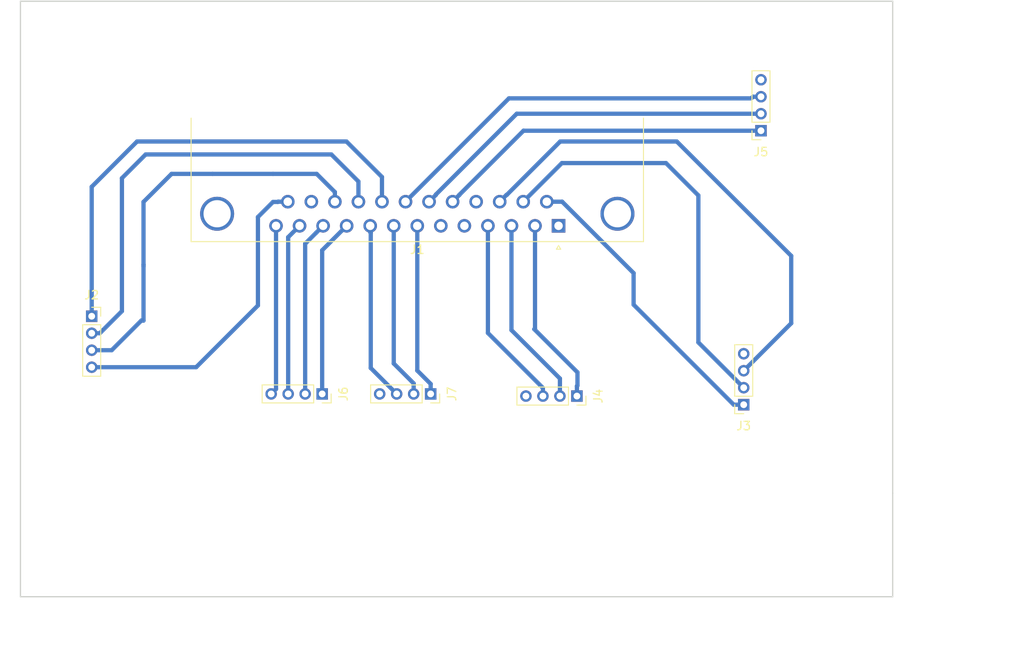
<source format=kicad_pcb>
(kicad_pcb (version 20171130) (host pcbnew 5.0.0-fee4fd1~66~ubuntu16.04.1)

  (general
    (thickness 1.6)
    (drawings 8)
    (tracks 91)
    (zones 0)
    (modules 7)
    (nets 30)
  )

  (page A4)
  (layers
    (0 F.Cu signal)
    (31 B.Cu signal)
    (32 B.Adhes user)
    (33 F.Adhes user)
    (34 B.Paste user)
    (35 F.Paste user)
    (36 B.SilkS user)
    (37 F.SilkS user)
    (38 B.Mask user)
    (39 F.Mask user)
    (40 Dwgs.User user)
    (41 Cmts.User user)
    (42 Eco1.User user)
    (43 Eco2.User user)
    (44 Edge.Cuts user)
    (45 Margin user)
    (46 B.CrtYd user)
    (47 F.CrtYd user)
    (48 B.Fab user)
    (49 F.Fab user)
  )

  (setup
    (last_trace_width 0.5)
    (trace_clearance 0.2)
    (zone_clearance 0.508)
    (zone_45_only no)
    (trace_min 0.2)
    (segment_width 0.2)
    (edge_width 0.15)
    (via_size 0.8)
    (via_drill 0.4)
    (via_min_size 0.4)
    (via_min_drill 0.3)
    (uvia_size 0.3)
    (uvia_drill 0.1)
    (uvias_allowed no)
    (uvia_min_size 0.2)
    (uvia_min_drill 0.1)
    (pcb_text_width 0.3)
    (pcb_text_size 1.5 1.5)
    (mod_edge_width 0.15)
    (mod_text_size 1 1)
    (mod_text_width 0.15)
    (pad_size 1.524 1.524)
    (pad_drill 0.762)
    (pad_to_mask_clearance 0.2)
    (aux_axis_origin 0 0)
    (visible_elements FFFFFF7F)
    (pcbplotparams
      (layerselection 0x010fc_ffffffff)
      (usegerberextensions false)
      (usegerberattributes false)
      (usegerberadvancedattributes false)
      (creategerberjobfile false)
      (excludeedgelayer true)
      (linewidth 0.100000)
      (plotframeref false)
      (viasonmask false)
      (mode 1)
      (useauxorigin false)
      (hpglpennumber 1)
      (hpglpenspeed 20)
      (hpglpendiameter 15.000000)
      (psnegative false)
      (psa4output false)
      (plotreference true)
      (plotvalue true)
      (plotinvisibletext false)
      (padsonsilk false)
      (subtractmaskfromsilk false)
      (outputformat 1)
      (mirror false)
      (drillshape 1)
      (scaleselection 1)
      (outputdirectory ""))
  )

  (net 0 "")
  (net 1 "Net-(J1-Pad1)")
  (net 2 "Net-(J1-Pad5)")
  (net 3 "Net-(J1-Pad6)")
  (net 4 "Net-(J1-Pad17)")
  (net 5 "Net-(J1-Pad24)")
  (net 6 "Net-(J5-Pad4)")
  (net 7 "Net-(J7-Pad4)")
  (net 8 B2)
  (net 9 B4)
  (net 10 B1)
  (net 11 L4)
  (net 12 L6)
  (net 13 M1)
  (net 14 L2)
  (net 15 L5)
  (net 16 L3)
  (net 17 L1)
  (net 18 B6)
  (net 19 B3)
  (net 20 B5)
  (net 21 LC)
  (net 22 Sensor)
  (net 23 M2)
  (net 24 +5V)
  (net 25 +5VA)
  (net 26 +12V)
  (net 27 GND)
  (net 28 "Net-(J3-Pad4)")
  (net 29 "Net-(J4-Pad4)")

  (net_class Default "This is the default net class."
    (clearance 0.2)
    (trace_width 0.5)
    (via_dia 0.8)
    (via_drill 0.4)
    (uvia_dia 0.3)
    (uvia_drill 0.1)
    (add_net +12V)
    (add_net +5V)
    (add_net +5VA)
    (add_net B1)
    (add_net B2)
    (add_net B3)
    (add_net B4)
    (add_net B5)
    (add_net B6)
    (add_net GND)
    (add_net L1)
    (add_net L2)
    (add_net L3)
    (add_net L4)
    (add_net L5)
    (add_net L6)
    (add_net LC)
    (add_net M1)
    (add_net M2)
    (add_net "Net-(J1-Pad1)")
    (add_net "Net-(J1-Pad17)")
    (add_net "Net-(J1-Pad24)")
    (add_net "Net-(J1-Pad5)")
    (add_net "Net-(J1-Pad6)")
    (add_net "Net-(J3-Pad4)")
    (add_net "Net-(J4-Pad4)")
    (add_net "Net-(J5-Pad4)")
    (add_net "Net-(J7-Pad4)")
    (add_net Sensor)
  )

  (net_class POWER ""
    (clearance 0.2)
    (trace_width 0.8)
    (via_dia 0.8)
    (via_drill 0.4)
    (uvia_dia 0.3)
    (uvia_drill 0.1)
  )

  (module Connector_Dsub:DSUB-25_Male_Horizontal_P2.77x2.84mm_EdgePinOffset9.90mm_Housed_MountingHolesOffset11.32mm (layer F.Cu) (tedit 59FEDEE2) (tstamp 5BCA1262)
    (at 163.637001 63.266339 180)
    (descr "25-pin D-Sub connector, horizontal/angled (90 deg), THT-mount, male, pitch 2.77x2.84mm, pin-PCB-offset 9.9mm, distance of mounting holes 47.1mm, distance of mounting holes to PCB edge 11.32mm, see https://disti-assets.s3.amazonaws.com/tonar/files/datasheets/16730.pdf")
    (tags "25-pin D-Sub connector horizontal angled 90deg THT male pitch 2.77x2.84mm pin-PCB-offset 9.9mm mounting-holes-distance 47.1mm mounting-hole-offset 47.1mm")
    (path /5BBD7A36)
    (fp_text reference J1 (at 16.62 -2.8 180) (layer F.SilkS)
      (effects (font (size 1 1) (thickness 0.15)))
    )
    (fp_text value DB25_Male (at 16.62 20.64 180) (layer F.Fab)
      (effects (font (size 1 1) (thickness 0.15)))
    )
    (fp_arc (start -6.93 1.42) (end -8.53 1.42) (angle 180) (layer F.Fab) (width 0.1))
    (fp_arc (start 40.17 1.42) (end 38.57 1.42) (angle 180) (layer F.Fab) (width 0.1))
    (fp_line (start -9.93 -1.8) (end -9.93 12.74) (layer F.Fab) (width 0.1))
    (fp_line (start -9.93 12.74) (end 43.17 12.74) (layer F.Fab) (width 0.1))
    (fp_line (start 43.17 12.74) (end 43.17 -1.8) (layer F.Fab) (width 0.1))
    (fp_line (start 43.17 -1.8) (end -9.93 -1.8) (layer F.Fab) (width 0.1))
    (fp_line (start -9.93 12.74) (end -9.93 13.14) (layer F.Fab) (width 0.1))
    (fp_line (start -9.93 13.14) (end 43.17 13.14) (layer F.Fab) (width 0.1))
    (fp_line (start 43.17 13.14) (end 43.17 12.74) (layer F.Fab) (width 0.1))
    (fp_line (start 43.17 12.74) (end -9.93 12.74) (layer F.Fab) (width 0.1))
    (fp_line (start -2.53 13.14) (end -2.53 19.14) (layer F.Fab) (width 0.1))
    (fp_line (start -2.53 19.14) (end 35.77 19.14) (layer F.Fab) (width 0.1))
    (fp_line (start 35.77 19.14) (end 35.77 13.14) (layer F.Fab) (width 0.1))
    (fp_line (start 35.77 13.14) (end -2.53 13.14) (layer F.Fab) (width 0.1))
    (fp_line (start -9.43 13.14) (end -9.43 18.14) (layer F.Fab) (width 0.1))
    (fp_line (start -9.43 18.14) (end -4.43 18.14) (layer F.Fab) (width 0.1))
    (fp_line (start -4.43 18.14) (end -4.43 13.14) (layer F.Fab) (width 0.1))
    (fp_line (start -4.43 13.14) (end -9.43 13.14) (layer F.Fab) (width 0.1))
    (fp_line (start 37.67 13.14) (end 37.67 18.14) (layer F.Fab) (width 0.1))
    (fp_line (start 37.67 18.14) (end 42.67 18.14) (layer F.Fab) (width 0.1))
    (fp_line (start 42.67 18.14) (end 42.67 13.14) (layer F.Fab) (width 0.1))
    (fp_line (start 42.67 13.14) (end 37.67 13.14) (layer F.Fab) (width 0.1))
    (fp_line (start -8.53 12.74) (end -8.53 1.42) (layer F.Fab) (width 0.1))
    (fp_line (start -5.33 12.74) (end -5.33 1.42) (layer F.Fab) (width 0.1))
    (fp_line (start 38.57 12.74) (end 38.57 1.42) (layer F.Fab) (width 0.1))
    (fp_line (start 41.77 12.74) (end 41.77 1.42) (layer F.Fab) (width 0.1))
    (fp_line (start -9.99 12.68) (end -9.99 -1.86) (layer F.SilkS) (width 0.12))
    (fp_line (start -9.99 -1.86) (end 43.23 -1.86) (layer F.SilkS) (width 0.12))
    (fp_line (start 43.23 -1.86) (end 43.23 12.68) (layer F.SilkS) (width 0.12))
    (fp_line (start -0.25 -2.754338) (end 0.25 -2.754338) (layer F.SilkS) (width 0.12))
    (fp_line (start 0.25 -2.754338) (end 0 -2.321325) (layer F.SilkS) (width 0.12))
    (fp_line (start 0 -2.321325) (end -0.25 -2.754338) (layer F.SilkS) (width 0.12))
    (fp_line (start -10.45 -2.35) (end -10.45 19.65) (layer F.CrtYd) (width 0.05))
    (fp_line (start -10.45 19.65) (end 43.7 19.65) (layer F.CrtYd) (width 0.05))
    (fp_line (start 43.7 19.65) (end 43.7 -2.35) (layer F.CrtYd) (width 0.05))
    (fp_line (start 43.7 -2.35) (end -10.45 -2.35) (layer F.CrtYd) (width 0.05))
    (fp_text user %R (at 16.62 16.14 180) (layer F.Fab)
      (effects (font (size 1 1) (thickness 0.15)))
    )
    (pad 1 thru_hole rect (at 0 0 180) (size 1.6 1.6) (drill 1) (layers *.Cu *.Mask)
      (net 1 "Net-(J1-Pad1)"))
    (pad 2 thru_hole circle (at 2.77 0 180) (size 1.6 1.6) (drill 1) (layers *.Cu *.Mask)
      (net 8 B2))
    (pad 3 thru_hole circle (at 5.54 0 180) (size 1.6 1.6) (drill 1) (layers *.Cu *.Mask)
      (net 9 B4))
    (pad 4 thru_hole circle (at 8.31 0 180) (size 1.6 1.6) (drill 1) (layers *.Cu *.Mask)
      (net 10 B1))
    (pad 5 thru_hole circle (at 11.08 0 180) (size 1.6 1.6) (drill 1) (layers *.Cu *.Mask)
      (net 2 "Net-(J1-Pad5)"))
    (pad 6 thru_hole circle (at 13.85 0 180) (size 1.6 1.6) (drill 1) (layers *.Cu *.Mask)
      (net 3 "Net-(J1-Pad6)"))
    (pad 7 thru_hole circle (at 16.62 0 180) (size 1.6 1.6) (drill 1) (layers *.Cu *.Mask)
      (net 11 L4))
    (pad 8 thru_hole circle (at 19.39 0 180) (size 1.6 1.6) (drill 1) (layers *.Cu *.Mask)
      (net 12 L6))
    (pad 9 thru_hole circle (at 22.16 0 180) (size 1.6 1.6) (drill 1) (layers *.Cu *.Mask)
      (net 13 M1))
    (pad 10 thru_hole circle (at 24.93 0 180) (size 1.6 1.6) (drill 1) (layers *.Cu *.Mask)
      (net 14 L2))
    (pad 11 thru_hole circle (at 27.7 0 180) (size 1.6 1.6) (drill 1) (layers *.Cu *.Mask)
      (net 15 L5))
    (pad 12 thru_hole circle (at 30.47 0 180) (size 1.6 1.6) (drill 1) (layers *.Cu *.Mask)
      (net 16 L3))
    (pad 13 thru_hole circle (at 33.24 0 180) (size 1.6 1.6) (drill 1) (layers *.Cu *.Mask)
      (net 17 L1))
    (pad 14 thru_hole circle (at 1.385 2.84 180) (size 1.6 1.6) (drill 1) (layers *.Cu *.Mask)
      (net 18 B6))
    (pad 15 thru_hole circle (at 4.155 2.84 180) (size 1.6 1.6) (drill 1) (layers *.Cu *.Mask)
      (net 19 B3))
    (pad 16 thru_hole circle (at 6.925 2.84 180) (size 1.6 1.6) (drill 1) (layers *.Cu *.Mask)
      (net 20 B5))
    (pad 17 thru_hole circle (at 9.695 2.84 180) (size 1.6 1.6) (drill 1) (layers *.Cu *.Mask)
      (net 4 "Net-(J1-Pad17)"))
    (pad 18 thru_hole circle (at 12.465 2.84 180) (size 1.6 1.6) (drill 1) (layers *.Cu *.Mask)
      (net 21 LC))
    (pad 19 thru_hole circle (at 15.235 2.84 180) (size 1.6 1.6) (drill 1) (layers *.Cu *.Mask)
      (net 22 Sensor))
    (pad 20 thru_hole circle (at 18.005 2.84 180) (size 1.6 1.6) (drill 1) (layers *.Cu *.Mask)
      (net 23 M2))
    (pad 21 thru_hole circle (at 20.775 2.84 180) (size 1.6 1.6) (drill 1) (layers *.Cu *.Mask)
      (net 24 +5V))
    (pad 22 thru_hole circle (at 23.545 2.84 180) (size 1.6 1.6) (drill 1) (layers *.Cu *.Mask)
      (net 25 +5VA))
    (pad 23 thru_hole circle (at 26.315 2.84 180) (size 1.6 1.6) (drill 1) (layers *.Cu *.Mask)
      (net 26 +12V))
    (pad 24 thru_hole circle (at 29.085 2.84 180) (size 1.6 1.6) (drill 1) (layers *.Cu *.Mask)
      (net 5 "Net-(J1-Pad24)"))
    (pad 25 thru_hole circle (at 31.855 2.84 180) (size 1.6 1.6) (drill 1) (layers *.Cu *.Mask)
      (net 27 GND))
    (pad 0 thru_hole circle (at -6.93 1.42 180) (size 4 4) (drill 3.2) (layers *.Cu *.Mask))
    (pad 0 thru_hole circle (at 40.17 1.42 180) (size 4 4) (drill 3.2) (layers *.Cu *.Mask))
    (model ${KISYS3DMOD}/Connector_Dsub.3dshapes/DSUB-25_Male_Horizontal_P2.77x2.84mm_EdgePinOffset9.90mm_Housed_MountingHolesOffset11.32mm.wrl
      (at (xyz 0 0 0))
      (scale (xyz 1 1 1))
      (rotate (xyz 0 0 0))
    )
  )

  (module Connector_PinSocket_2.00mm:PinSocket_1x04_P2.00mm_Vertical (layer F.Cu) (tedit 5A19A425) (tstamp 5BCA1389)
    (at 108.712 73.914)
    (descr "Through hole straight socket strip, 1x04, 2.00mm pitch, single row (from Kicad 4.0.7), script generated")
    (tags "Through hole socket strip THT 1x04 2.00mm single row")
    (path /5BBD5659)
    (fp_text reference J2 (at 0 -2.5) (layer F.SilkS)
      (effects (font (size 1 1) (thickness 0.15)))
    )
    (fp_text value Conn_01x04 (at 0 8.5) (layer F.Fab)
      (effects (font (size 1 1) (thickness 0.15)))
    )
    (fp_text user %R (at 0 3 90) (layer F.Fab)
      (effects (font (size 1 1) (thickness 0.15)))
    )
    (fp_line (start -1.5 7.5) (end -1.5 -1.5) (layer F.CrtYd) (width 0.05))
    (fp_line (start 1.5 7.5) (end -1.5 7.5) (layer F.CrtYd) (width 0.05))
    (fp_line (start 1.5 -1.5) (end 1.5 7.5) (layer F.CrtYd) (width 0.05))
    (fp_line (start -1.5 -1.5) (end 1.5 -1.5) (layer F.CrtYd) (width 0.05))
    (fp_line (start 0 -1.06) (end 1.06 -1.06) (layer F.SilkS) (width 0.12))
    (fp_line (start 1.06 -1.06) (end 1.06 0) (layer F.SilkS) (width 0.12))
    (fp_line (start 1.06 1) (end 1.06 7.06) (layer F.SilkS) (width 0.12))
    (fp_line (start -1.06 7.06) (end 1.06 7.06) (layer F.SilkS) (width 0.12))
    (fp_line (start -1.06 1) (end -1.06 7.06) (layer F.SilkS) (width 0.12))
    (fp_line (start -1.06 1) (end 1.06 1) (layer F.SilkS) (width 0.12))
    (fp_line (start -1 7) (end -1 -1) (layer F.Fab) (width 0.1))
    (fp_line (start 1 7) (end -1 7) (layer F.Fab) (width 0.1))
    (fp_line (start 1 -0.5) (end 1 7) (layer F.Fab) (width 0.1))
    (fp_line (start 0.5 -1) (end 1 -0.5) (layer F.Fab) (width 0.1))
    (fp_line (start -1 -1) (end 0.5 -1) (layer F.Fab) (width 0.1))
    (pad 4 thru_hole oval (at 0 6) (size 1.35 1.35) (drill 0.8) (layers *.Cu *.Mask)
      (net 27 GND))
    (pad 3 thru_hole oval (at 0 4) (size 1.35 1.35) (drill 0.8) (layers *.Cu *.Mask)
      (net 26 +12V))
    (pad 2 thru_hole oval (at 0 2) (size 1.35 1.35) (drill 0.8) (layers *.Cu *.Mask)
      (net 25 +5VA))
    (pad 1 thru_hole rect (at 0 0) (size 1.35 1.35) (drill 0.8) (layers *.Cu *.Mask)
      (net 24 +5V))
    (model ${KISYS3DMOD}/Connector_PinSocket_2.00mm.3dshapes/PinSocket_1x04_P2.00mm_Vertical.wrl
      (at (xyz 0 0 0))
      (scale (xyz 1 1 1))
      (rotate (xyz 0 0 0))
    )
  )

  (module Connector_PinSocket_2.00mm:PinSocket_1x04_P2.00mm_Vertical (layer F.Cu) (tedit 5A19A425) (tstamp 5BCA13CE)
    (at 185.42 84.328 180)
    (descr "Through hole straight socket strip, 1x04, 2.00mm pitch, single row (from Kicad 4.0.7), script generated")
    (tags "Through hole socket strip THT 1x04 2.00mm single row")
    (path /5BBD5423)
    (fp_text reference J3 (at 0 -2.5 180) (layer F.SilkS)
      (effects (font (size 1 1) (thickness 0.15)))
    )
    (fp_text value Conn_01x04 (at 0 8.5 180) (layer F.Fab)
      (effects (font (size 1 1) (thickness 0.15)))
    )
    (fp_line (start -1 -1) (end 0.5 -1) (layer F.Fab) (width 0.1))
    (fp_line (start 0.5 -1) (end 1 -0.5) (layer F.Fab) (width 0.1))
    (fp_line (start 1 -0.5) (end 1 7) (layer F.Fab) (width 0.1))
    (fp_line (start 1 7) (end -1 7) (layer F.Fab) (width 0.1))
    (fp_line (start -1 7) (end -1 -1) (layer F.Fab) (width 0.1))
    (fp_line (start -1.06 1) (end 1.06 1) (layer F.SilkS) (width 0.12))
    (fp_line (start -1.06 1) (end -1.06 7.06) (layer F.SilkS) (width 0.12))
    (fp_line (start -1.06 7.06) (end 1.06 7.06) (layer F.SilkS) (width 0.12))
    (fp_line (start 1.06 1) (end 1.06 7.06) (layer F.SilkS) (width 0.12))
    (fp_line (start 1.06 -1.06) (end 1.06 0) (layer F.SilkS) (width 0.12))
    (fp_line (start 0 -1.06) (end 1.06 -1.06) (layer F.SilkS) (width 0.12))
    (fp_line (start -1.5 -1.5) (end 1.5 -1.5) (layer F.CrtYd) (width 0.05))
    (fp_line (start 1.5 -1.5) (end 1.5 7.5) (layer F.CrtYd) (width 0.05))
    (fp_line (start 1.5 7.5) (end -1.5 7.5) (layer F.CrtYd) (width 0.05))
    (fp_line (start -1.5 7.5) (end -1.5 -1.5) (layer F.CrtYd) (width 0.05))
    (fp_text user %R (at 0 3 270) (layer F.Fab)
      (effects (font (size 1 1) (thickness 0.15)))
    )
    (pad 1 thru_hole rect (at 0 0 180) (size 1.35 1.35) (drill 0.8) (layers *.Cu *.Mask)
      (net 18 B6))
    (pad 2 thru_hole oval (at 0 2 180) (size 1.35 1.35) (drill 0.8) (layers *.Cu *.Mask)
      (net 19 B3))
    (pad 3 thru_hole oval (at 0 4 180) (size 1.35 1.35) (drill 0.8) (layers *.Cu *.Mask)
      (net 20 B5))
    (pad 4 thru_hole oval (at 0 6 180) (size 1.35 1.35) (drill 0.8) (layers *.Cu *.Mask)
      (net 28 "Net-(J3-Pad4)"))
    (model ${KISYS3DMOD}/Connector_PinSocket_2.00mm.3dshapes/PinSocket_1x04_P2.00mm_Vertical.wrl
      (at (xyz 0 0 0))
      (scale (xyz 1 1 1))
      (rotate (xyz 0 0 0))
    )
  )

  (module Connector_PinSocket_2.00mm:PinSocket_1x04_P2.00mm_Vertical (layer F.Cu) (tedit 5A19A425) (tstamp 5BCA1344)
    (at 165.798 83.312 270)
    (descr "Through hole straight socket strip, 1x04, 2.00mm pitch, single row (from Kicad 4.0.7), script generated")
    (tags "Through hole socket strip THT 1x04 2.00mm single row")
    (path /5BBD5485)
    (fp_text reference J4 (at 0 -2.5 270) (layer F.SilkS)
      (effects (font (size 1 1) (thickness 0.15)))
    )
    (fp_text value Conn_01x04 (at 0 8.5 270) (layer F.Fab)
      (effects (font (size 1 1) (thickness 0.15)))
    )
    (fp_text user %R (at 0 3) (layer F.Fab)
      (effects (font (size 1 1) (thickness 0.15)))
    )
    (fp_line (start -1.5 7.5) (end -1.5 -1.5) (layer F.CrtYd) (width 0.05))
    (fp_line (start 1.5 7.5) (end -1.5 7.5) (layer F.CrtYd) (width 0.05))
    (fp_line (start 1.5 -1.5) (end 1.5 7.5) (layer F.CrtYd) (width 0.05))
    (fp_line (start -1.5 -1.5) (end 1.5 -1.5) (layer F.CrtYd) (width 0.05))
    (fp_line (start 0 -1.06) (end 1.06 -1.06) (layer F.SilkS) (width 0.12))
    (fp_line (start 1.06 -1.06) (end 1.06 0) (layer F.SilkS) (width 0.12))
    (fp_line (start 1.06 1) (end 1.06 7.06) (layer F.SilkS) (width 0.12))
    (fp_line (start -1.06 7.06) (end 1.06 7.06) (layer F.SilkS) (width 0.12))
    (fp_line (start -1.06 1) (end -1.06 7.06) (layer F.SilkS) (width 0.12))
    (fp_line (start -1.06 1) (end 1.06 1) (layer F.SilkS) (width 0.12))
    (fp_line (start -1 7) (end -1 -1) (layer F.Fab) (width 0.1))
    (fp_line (start 1 7) (end -1 7) (layer F.Fab) (width 0.1))
    (fp_line (start 1 -0.5) (end 1 7) (layer F.Fab) (width 0.1))
    (fp_line (start 0.5 -1) (end 1 -0.5) (layer F.Fab) (width 0.1))
    (fp_line (start -1 -1) (end 0.5 -1) (layer F.Fab) (width 0.1))
    (pad 4 thru_hole oval (at 0 6 270) (size 1.35 1.35) (drill 0.8) (layers *.Cu *.Mask)
      (net 29 "Net-(J4-Pad4)"))
    (pad 3 thru_hole oval (at 0 4 270) (size 1.35 1.35) (drill 0.8) (layers *.Cu *.Mask)
      (net 10 B1))
    (pad 2 thru_hole oval (at 0 2 270) (size 1.35 1.35) (drill 0.8) (layers *.Cu *.Mask)
      (net 9 B4))
    (pad 1 thru_hole rect (at 0 0 270) (size 1.35 1.35) (drill 0.8) (layers *.Cu *.Mask)
      (net 8 B2))
    (model ${KISYS3DMOD}/Connector_PinSocket_2.00mm.3dshapes/PinSocket_1x04_P2.00mm_Vertical.wrl
      (at (xyz 0 0 0))
      (scale (xyz 1 1 1))
      (rotate (xyz 0 0 0))
    )
  )

  (module Connector_PinSocket_2.00mm:PinSocket_1x04_P2.00mm_Vertical (layer F.Cu) (tedit 5A19A425) (tstamp 5BCA1A85)
    (at 187.452 52.07 180)
    (descr "Through hole straight socket strip, 1x04, 2.00mm pitch, single row (from Kicad 4.0.7), script generated")
    (tags "Through hole socket strip THT 1x04 2.00mm single row")
    (path /5BBD54BF)
    (fp_text reference J5 (at 0 -2.5 180) (layer F.SilkS)
      (effects (font (size 1 1) (thickness 0.15)))
    )
    (fp_text value Conn_01x04 (at 0 8.5 180) (layer F.Fab)
      (effects (font (size 1 1) (thickness 0.15)))
    )
    (fp_line (start -1 -1) (end 0.5 -1) (layer F.Fab) (width 0.1))
    (fp_line (start 0.5 -1) (end 1 -0.5) (layer F.Fab) (width 0.1))
    (fp_line (start 1 -0.5) (end 1 7) (layer F.Fab) (width 0.1))
    (fp_line (start 1 7) (end -1 7) (layer F.Fab) (width 0.1))
    (fp_line (start -1 7) (end -1 -1) (layer F.Fab) (width 0.1))
    (fp_line (start -1.06 1) (end 1.06 1) (layer F.SilkS) (width 0.12))
    (fp_line (start -1.06 1) (end -1.06 7.06) (layer F.SilkS) (width 0.12))
    (fp_line (start -1.06 7.06) (end 1.06 7.06) (layer F.SilkS) (width 0.12))
    (fp_line (start 1.06 1) (end 1.06 7.06) (layer F.SilkS) (width 0.12))
    (fp_line (start 1.06 -1.06) (end 1.06 0) (layer F.SilkS) (width 0.12))
    (fp_line (start 0 -1.06) (end 1.06 -1.06) (layer F.SilkS) (width 0.12))
    (fp_line (start -1.5 -1.5) (end 1.5 -1.5) (layer F.CrtYd) (width 0.05))
    (fp_line (start 1.5 -1.5) (end 1.5 7.5) (layer F.CrtYd) (width 0.05))
    (fp_line (start 1.5 7.5) (end -1.5 7.5) (layer F.CrtYd) (width 0.05))
    (fp_line (start -1.5 7.5) (end -1.5 -1.5) (layer F.CrtYd) (width 0.05))
    (fp_text user %R (at 0 3 270) (layer F.Fab)
      (effects (font (size 1 1) (thickness 0.15)))
    )
    (pad 1 thru_hole rect (at 0 0 180) (size 1.35 1.35) (drill 0.8) (layers *.Cu *.Mask)
      (net 21 LC))
    (pad 2 thru_hole oval (at 0 2 180) (size 1.35 1.35) (drill 0.8) (layers *.Cu *.Mask)
      (net 22 Sensor))
    (pad 3 thru_hole oval (at 0 4 180) (size 1.35 1.35) (drill 0.8) (layers *.Cu *.Mask)
      (net 23 M2))
    (pad 4 thru_hole oval (at 0 6 180) (size 1.35 1.35) (drill 0.8) (layers *.Cu *.Mask)
      (net 6 "Net-(J5-Pad4)"))
    (model ${KISYS3DMOD}/Connector_PinSocket_2.00mm.3dshapes/PinSocket_1x04_P2.00mm_Vertical.wrl
      (at (xyz 0 0 0))
      (scale (xyz 1 1 1))
      (rotate (xyz 0 0 0))
    )
  )

  (module Connector_PinSocket_2.00mm:PinSocket_1x04_P2.00mm_Vertical (layer F.Cu) (tedit 5A19A425) (tstamp 5BCA1413)
    (at 135.826 83.058 270)
    (descr "Through hole straight socket strip, 1x04, 2.00mm pitch, single row (from Kicad 4.0.7), script generated")
    (tags "Through hole socket strip THT 1x04 2.00mm single row")
    (path /5BBD5505)
    (fp_text reference J6 (at 0 -2.5 270) (layer F.SilkS)
      (effects (font (size 1 1) (thickness 0.15)))
    )
    (fp_text value Conn_01x04 (at 0 8.5 270) (layer F.Fab)
      (effects (font (size 1 1) (thickness 0.15)))
    )
    (fp_text user %R (at 0 3) (layer F.Fab)
      (effects (font (size 1 1) (thickness 0.15)))
    )
    (fp_line (start -1.5 7.5) (end -1.5 -1.5) (layer F.CrtYd) (width 0.05))
    (fp_line (start 1.5 7.5) (end -1.5 7.5) (layer F.CrtYd) (width 0.05))
    (fp_line (start 1.5 -1.5) (end 1.5 7.5) (layer F.CrtYd) (width 0.05))
    (fp_line (start -1.5 -1.5) (end 1.5 -1.5) (layer F.CrtYd) (width 0.05))
    (fp_line (start 0 -1.06) (end 1.06 -1.06) (layer F.SilkS) (width 0.12))
    (fp_line (start 1.06 -1.06) (end 1.06 0) (layer F.SilkS) (width 0.12))
    (fp_line (start 1.06 1) (end 1.06 7.06) (layer F.SilkS) (width 0.12))
    (fp_line (start -1.06 7.06) (end 1.06 7.06) (layer F.SilkS) (width 0.12))
    (fp_line (start -1.06 1) (end -1.06 7.06) (layer F.SilkS) (width 0.12))
    (fp_line (start -1.06 1) (end 1.06 1) (layer F.SilkS) (width 0.12))
    (fp_line (start -1 7) (end -1 -1) (layer F.Fab) (width 0.1))
    (fp_line (start 1 7) (end -1 7) (layer F.Fab) (width 0.1))
    (fp_line (start 1 -0.5) (end 1 7) (layer F.Fab) (width 0.1))
    (fp_line (start 0.5 -1) (end 1 -0.5) (layer F.Fab) (width 0.1))
    (fp_line (start -1 -1) (end 0.5 -1) (layer F.Fab) (width 0.1))
    (pad 4 thru_hole oval (at 0 6 270) (size 1.35 1.35) (drill 0.8) (layers *.Cu *.Mask)
      (net 17 L1))
    (pad 3 thru_hole oval (at 0 4 270) (size 1.35 1.35) (drill 0.8) (layers *.Cu *.Mask)
      (net 16 L3))
    (pad 2 thru_hole oval (at 0 2 270) (size 1.35 1.35) (drill 0.8) (layers *.Cu *.Mask)
      (net 15 L5))
    (pad 1 thru_hole rect (at 0 0 270) (size 1.35 1.35) (drill 0.8) (layers *.Cu *.Mask)
      (net 14 L2))
    (model ${KISYS3DMOD}/Connector_PinSocket_2.00mm.3dshapes/PinSocket_1x04_P2.00mm_Vertical.wrl
      (at (xyz 0 0 0))
      (scale (xyz 1 1 1))
      (rotate (xyz 0 0 0))
    )
  )

  (module Connector_PinSocket_2.00mm:PinSocket_1x04_P2.00mm_Vertical (layer F.Cu) (tedit 5A19A425) (tstamp 5BCA1458)
    (at 148.59 83.058 270)
    (descr "Through hole straight socket strip, 1x04, 2.00mm pitch, single row (from Kicad 4.0.7), script generated")
    (tags "Through hole socket strip THT 1x04 2.00mm single row")
    (path /5BBD55F7)
    (fp_text reference J7 (at 0 -2.5 270) (layer F.SilkS)
      (effects (font (size 1 1) (thickness 0.15)))
    )
    (fp_text value Conn_01x04 (at 0 8.5 270) (layer F.Fab)
      (effects (font (size 1 1) (thickness 0.15)))
    )
    (fp_line (start -1 -1) (end 0.5 -1) (layer F.Fab) (width 0.1))
    (fp_line (start 0.5 -1) (end 1 -0.5) (layer F.Fab) (width 0.1))
    (fp_line (start 1 -0.5) (end 1 7) (layer F.Fab) (width 0.1))
    (fp_line (start 1 7) (end -1 7) (layer F.Fab) (width 0.1))
    (fp_line (start -1 7) (end -1 -1) (layer F.Fab) (width 0.1))
    (fp_line (start -1.06 1) (end 1.06 1) (layer F.SilkS) (width 0.12))
    (fp_line (start -1.06 1) (end -1.06 7.06) (layer F.SilkS) (width 0.12))
    (fp_line (start -1.06 7.06) (end 1.06 7.06) (layer F.SilkS) (width 0.12))
    (fp_line (start 1.06 1) (end 1.06 7.06) (layer F.SilkS) (width 0.12))
    (fp_line (start 1.06 -1.06) (end 1.06 0) (layer F.SilkS) (width 0.12))
    (fp_line (start 0 -1.06) (end 1.06 -1.06) (layer F.SilkS) (width 0.12))
    (fp_line (start -1.5 -1.5) (end 1.5 -1.5) (layer F.CrtYd) (width 0.05))
    (fp_line (start 1.5 -1.5) (end 1.5 7.5) (layer F.CrtYd) (width 0.05))
    (fp_line (start 1.5 7.5) (end -1.5 7.5) (layer F.CrtYd) (width 0.05))
    (fp_line (start -1.5 7.5) (end -1.5 -1.5) (layer F.CrtYd) (width 0.05))
    (fp_text user %R (at 0 3) (layer F.Fab)
      (effects (font (size 1 1) (thickness 0.15)))
    )
    (pad 1 thru_hole rect (at 0 0 270) (size 1.35 1.35) (drill 0.8) (layers *.Cu *.Mask)
      (net 11 L4))
    (pad 2 thru_hole oval (at 0 2 270) (size 1.35 1.35) (drill 0.8) (layers *.Cu *.Mask)
      (net 12 L6))
    (pad 3 thru_hole oval (at 0 4 270) (size 1.35 1.35) (drill 0.8) (layers *.Cu *.Mask)
      (net 13 M1))
    (pad 4 thru_hole oval (at 0 6 270) (size 1.35 1.35) (drill 0.8) (layers *.Cu *.Mask)
      (net 7 "Net-(J7-Pad4)"))
    (model ${KISYS3DMOD}/Connector_PinSocket_2.00mm.3dshapes/PinSocket_1x04_P2.00mm_Vertical.wrl
      (at (xyz 0 0 0))
      (scale (xyz 1 1 1))
      (rotate (xyz 0 0 0))
    )
  )

  (dimension 7.62 (width 0.3) (layer Dwgs.User)
    (gr_text "7,620 mm" (at 214.19 40.64 270) (layer Dwgs.User)
      (effects (font (size 1.5 1.5) (thickness 0.3)))
    )
    (feature1 (pts (xy 188.468 44.45) (xy 212.676421 44.45)))
    (feature2 (pts (xy 188.468 36.83) (xy 212.676421 36.83)))
    (crossbar (pts (xy 212.09 36.83) (xy 212.09 44.45)))
    (arrow1a (pts (xy 212.09 44.45) (xy 211.503579 43.323496)))
    (arrow1b (pts (xy 212.09 44.45) (xy 212.676421 43.323496)))
    (arrow2a (pts (xy 212.09 36.83) (xy 211.503579 37.956504)))
    (arrow2b (pts (xy 212.09 36.83) (xy 212.676421 37.956504)))
  )
  (dimension 21.082 (width 0.3) (layer Dwgs.User)
    (gr_text "21,082 mm" (at 216.476 96.393 270) (layer Dwgs.User)
      (effects (font (size 1.5 1.5) (thickness 0.3)))
    )
    (feature1 (pts (xy 186.182 106.934) (xy 214.962421 106.934)))
    (feature2 (pts (xy 186.182 85.852) (xy 214.962421 85.852)))
    (crossbar (pts (xy 214.376 85.852) (xy 214.376 106.934)))
    (arrow1a (pts (xy 214.376 106.934) (xy 213.789579 105.807496)))
    (arrow1b (pts (xy 214.376 106.934) (xy 214.962421 105.807496)))
    (arrow2a (pts (xy 214.376 85.852) (xy 213.789579 86.978504)))
    (arrow2b (pts (xy 214.376 85.852) (xy 214.962421 86.978504)))
  )
  (dimension 6.858 (width 0.3) (layer Dwgs.User)
    (gr_text "6,858 mm" (at 103.759 117.162) (layer Dwgs.User)
      (effects (font (size 1.5 1.5) (thickness 0.3)))
    )
    (feature1 (pts (xy 100.33 78.74) (xy 100.33 115.648421)))
    (feature2 (pts (xy 107.188 78.74) (xy 107.188 115.648421)))
    (crossbar (pts (xy 107.188 115.062) (xy 100.33 115.062)))
    (arrow1a (pts (xy 100.33 115.062) (xy 101.456504 114.475579)))
    (arrow1b (pts (xy 100.33 115.062) (xy 101.456504 115.648421)))
    (arrow2a (pts (xy 107.188 115.062) (xy 106.061496 114.475579)))
    (arrow2b (pts (xy 107.188 115.062) (xy 106.061496 115.648421)))
  )
  (gr_line (start 100.33 106.934) (end 202.946 106.934) (layer Edge.Cuts) (width 0.15))
  (gr_line (start 100.33 36.83) (end 100.33 106.934) (layer Edge.Cuts) (width 0.15))
  (gr_line (start 202.946 94.742) (end 202.946 106.934) (layer Edge.Cuts) (width 0.15))
  (gr_line (start 202.946 36.83) (end 202.946 94.742) (layer Edge.Cuts) (width 0.15))
  (gr_line (start 100.33 36.83) (end 202.946 36.83) (layer Edge.Cuts) (width 0.15))

  (segment (start 165.798 82.137) (end 165.862 82.073) (width 0.5) (layer B.Cu) (net 8))
  (segment (start 165.798 83.312) (end 165.798 82.137) (width 0.5) (layer B.Cu) (net 8))
  (segment (start 165.862 82.073) (end 165.862 80.518) (width 0.5) (layer B.Cu) (net 8))
  (segment (start 165.862 80.518) (end 160.782 75.438) (width 0.5) (layer B.Cu) (net 8))
  (segment (start 160.867001 75.352999) (end 160.867001 63.266339) (width 0.5) (layer B.Cu) (net 8))
  (segment (start 160.782 75.438) (end 160.867001 75.352999) (width 0.5) (layer B.Cu) (net 8))
  (segment (start 158.097001 75.547001) (end 158.097001 63.266339) (width 0.5) (layer B.Cu) (net 9))
  (segment (start 163.798 81.248) (end 158.097001 75.547001) (width 0.5) (layer B.Cu) (net 9))
  (segment (start 163.798 83.312) (end 163.798 81.248) (width 0.5) (layer B.Cu) (net 9))
  (segment (start 155.327001 75.886407) (end 155.327001 63.266339) (width 0.5) (layer B.Cu) (net 10))
  (segment (start 161.798 82.357406) (end 155.327001 75.886407) (width 0.5) (layer B.Cu) (net 10))
  (segment (start 161.798 83.312) (end 161.798 82.357406) (width 0.5) (layer B.Cu) (net 10))
  (segment (start 148.59 83.058) (end 148.59 81.883) (width 0.5) (layer B.Cu) (net 11))
  (segment (start 147.017001 80.310001) (end 147.017001 63.266339) (width 0.5) (layer B.Cu) (net 11))
  (segment (start 148.59 81.883) (end 147.017001 80.310001) (width 0.5) (layer B.Cu) (net 11))
  (segment (start 146.59 83.058) (end 146.59 81.82) (width 0.5) (layer B.Cu) (net 12))
  (segment (start 144.247001 79.477001) (end 144.247001 63.266339) (width 0.5) (layer B.Cu) (net 12))
  (segment (start 146.59 81.82) (end 144.247001 79.477001) (width 0.5) (layer B.Cu) (net 12))
  (segment (start 144.59 83.058) (end 141.542 80.01) (width 0.5) (layer B.Cu) (net 13))
  (segment (start 141.542 80.01) (end 141.542 64.072) (width 0.5) (layer B.Cu) (net 13))
  (segment (start 141.477001 64.007001) (end 141.477001 63.266339) (width 0.5) (layer B.Cu) (net 13))
  (segment (start 141.542 64.072) (end 141.477001 64.007001) (width 0.5) (layer B.Cu) (net 13))
  (segment (start 135.826 66.14734) (end 138.707001 63.266339) (width 0.5) (layer B.Cu) (net 14))
  (segment (start 135.826 83.058) (end 135.826 66.14734) (width 0.5) (layer B.Cu) (net 14))
  (segment (start 135.137002 64.066338) (end 135.937001 63.266339) (width 0.5) (layer B.Cu) (net 15))
  (segment (start 133.826 65.37734) (end 135.137002 64.066338) (width 0.5) (layer B.Cu) (net 15))
  (segment (start 133.826 83.058) (end 133.826 65.37734) (width 0.5) (layer B.Cu) (net 15))
  (segment (start 131.826 64.60734) (end 133.167001 63.266339) (width 0.5) (layer B.Cu) (net 16))
  (segment (start 131.826 83.058) (end 131.826 64.60734) (width 0.5) (layer B.Cu) (net 16))
  (segment (start 130.397001 82.486999) (end 129.826 83.058) (width 0.5) (layer B.Cu) (net 17))
  (segment (start 130.397001 63.266339) (end 130.397001 82.486999) (width 0.5) (layer B.Cu) (net 17))
  (segment (start 162.252001 60.426339) (end 164.058339 60.426339) (width 0.5) (layer B.Cu) (net 18))
  (segment (start 164.058339 60.426339) (end 172.466 68.834) (width 0.5) (layer B.Cu) (net 18))
  (segment (start 184.245 84.328) (end 185.42 84.328) (width 0.5) (layer B.Cu) (net 18))
  (segment (start 172.466 72.549) (end 184.245 84.328) (width 0.5) (layer B.Cu) (net 18))
  (segment (start 172.466 68.834) (end 172.466 72.549) (width 0.5) (layer B.Cu) (net 18))
  (segment (start 180.086 76.994) (end 180.086 59.69) (width 0.5) (layer B.Cu) (net 19))
  (segment (start 185.42 82.328) (end 180.086 76.994) (width 0.5) (layer B.Cu) (net 19))
  (segment (start 180.086 59.69) (end 176.276 55.88) (width 0.5) (layer B.Cu) (net 19))
  (segment (start 164.02834 55.88) (end 159.482001 60.426339) (width 0.5) (layer B.Cu) (net 19))
  (segment (start 176.276 55.88) (end 164.02834 55.88) (width 0.5) (layer B.Cu) (net 19))
  (segment (start 157.512 59.62634) (end 157.54366 59.62634) (width 0.5) (layer B.Cu) (net 20))
  (segment (start 156.712001 60.426339) (end 157.512 59.62634) (width 0.5) (layer B.Cu) (net 20))
  (segment (start 157.54366 59.62634) (end 163.83 53.34) (width 0.5) (layer B.Cu) (net 20))
  (segment (start 163.83 53.34) (end 177.546 53.34) (width 0.5) (layer B.Cu) (net 20))
  (segment (start 177.546 53.34) (end 191.008 66.802) (width 0.5) (layer B.Cu) (net 20))
  (segment (start 191.008 74.74) (end 185.42 80.328) (width 0.5) (layer B.Cu) (net 20))
  (segment (start 191.008 66.802) (end 191.008 74.74) (width 0.5) (layer B.Cu) (net 20))
  (segment (start 151.972 59.62634) (end 151.972 59.61) (width 0.5) (layer B.Cu) (net 21))
  (segment (start 151.172001 60.426339) (end 151.972 59.62634) (width 0.5) (layer B.Cu) (net 21))
  (segment (start 159.512 52.07) (end 187.452 52.07) (width 0.5) (layer B.Cu) (net 21))
  (segment (start 151.972 59.61) (end 159.512 52.07) (width 0.5) (layer B.Cu) (net 21))
  (segment (start 149.202 59.62634) (end 149.202 59.586) (width 0.5) (layer B.Cu) (net 22))
  (segment (start 148.402001 60.426339) (end 149.202 59.62634) (width 0.5) (layer B.Cu) (net 22))
  (segment (start 158.718 50.07) (end 187.452 50.07) (width 0.5) (layer B.Cu) (net 22))
  (segment (start 149.202 59.586) (end 158.718 50.07) (width 0.5) (layer B.Cu) (net 22))
  (segment (start 186.497406 48.07) (end 186.307406 48.26) (width 0.5) (layer B.Cu) (net 23))
  (segment (start 187.452 48.07) (end 186.497406 48.07) (width 0.5) (layer B.Cu) (net 23))
  (segment (start 157.79834 48.26) (end 145.632001 60.426339) (width 0.5) (layer B.Cu) (net 23))
  (segment (start 186.307406 48.26) (end 157.79834 48.26) (width 0.5) (layer B.Cu) (net 23))
  (segment (start 142.862001 57.518001) (end 142.862001 60.426339) (width 0.5) (layer B.Cu) (net 24))
  (segment (start 108.712 58.674) (end 114.046 53.34) (width 0.5) (layer B.Cu) (net 24))
  (segment (start 138.684 53.34) (end 142.862001 57.518001) (width 0.5) (layer B.Cu) (net 24))
  (segment (start 108.712 73.914) (end 108.712 58.674) (width 0.5) (layer B.Cu) (net 24))
  (segment (start 114.046 53.34) (end 138.684 53.34) (width 0.5) (layer B.Cu) (net 24))
  (segment (start 140.092001 58.050001) (end 140.092001 60.426339) (width 0.5) (layer B.Cu) (net 25))
  (segment (start 136.906 54.864) (end 140.092001 58.050001) (width 0.5) (layer B.Cu) (net 25))
  (segment (start 115.062 54.864) (end 136.906 54.864) (width 0.5) (layer B.Cu) (net 25))
  (segment (start 108.712 75.914) (end 109.666594 75.914) (width 0.5) (layer B.Cu) (net 25))
  (segment (start 112.268 73.312594) (end 112.268 57.658) (width 0.5) (layer B.Cu) (net 25))
  (segment (start 109.666594 75.914) (end 112.268 73.312594) (width 0.5) (layer B.Cu) (net 25))
  (segment (start 112.268 57.658) (end 115.062 54.864) (width 0.5) (layer B.Cu) (net 25))
  (segment (start 137.322001 59.294969) (end 135.177032 57.15) (width 0.5) (layer B.Cu) (net 26))
  (segment (start 137.322001 60.426339) (end 137.322001 59.294969) (width 0.5) (layer B.Cu) (net 26))
  (segment (start 135.177032 57.15) (end 130.048 57.15) (width 0.5) (layer B.Cu) (net 26))
  (segment (start 130.048 57.15) (end 122.936 57.15) (width 0.5) (layer B.Cu) (net 26))
  (segment (start 122.936 57.15) (end 118.11 57.15) (width 0.5) (layer B.Cu) (net 26))
  (segment (start 118.11 57.15) (end 114.808 60.452) (width 0.5) (layer B.Cu) (net 26))
  (segment (start 114.808 67.818) (end 114.808 74.422) (width 0.5) (layer B.Cu) (net 26))
  (segment (start 114.808 60.452) (end 114.808 67.818) (width 0.5) (layer B.Cu) (net 26))
  (segment (start 114.808 67.818) (end 114.808 68.072) (width 0.5) (layer B.Cu) (net 26))
  (segment (start 114.808 74.422) (end 114.554 74.422) (width 0.5) (layer B.Cu) (net 26))
  (segment (start 114.554 74.422) (end 111.062 77.914) (width 0.5) (layer B.Cu) (net 26))
  (segment (start 111.062 77.914) (end 108.712 77.914) (width 0.5) (layer B.Cu) (net 26))
  (segment (start 130.650631 60.426339) (end 130.62497 60.452) (width 0.5) (layer B.Cu) (net 27))
  (segment (start 131.782001 60.426339) (end 130.650631 60.426339) (width 0.5) (layer B.Cu) (net 27))
  (segment (start 130.62497 60.452) (end 130.048 60.452) (width 0.5) (layer B.Cu) (net 27))
  (segment (start 130.048 60.452) (end 128.27 62.23) (width 0.5) (layer B.Cu) (net 27))
  (segment (start 128.27 62.23) (end 128.27 72.644) (width 0.5) (layer B.Cu) (net 27))
  (segment (start 121 79.914) (end 108.712 79.914) (width 0.5) (layer B.Cu) (net 27))
  (segment (start 128.27 72.644) (end 121 79.914) (width 0.5) (layer B.Cu) (net 27))

)

</source>
